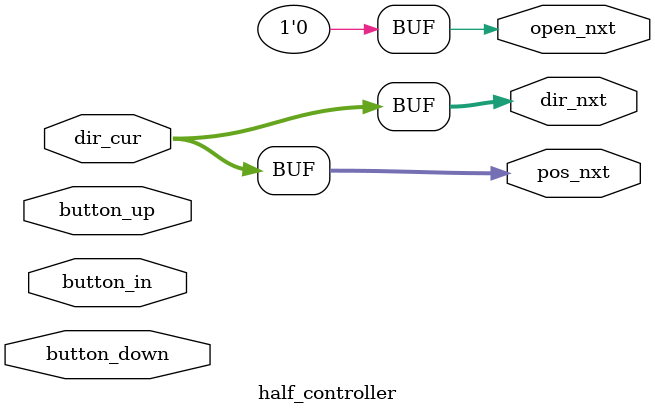
<source format=v>
module full_stop_close_controller(
	button_up, button_down, button_in, open_cur,
	pos_nxt, open_nxt, dir_nxt
);
	input [2:0] button_up;
	input [2:0] button_down;
	input [2:0] button_in;
	input open_cur;

	output [1:0] pos_nxt;
	output open_nxt;
	output [1:0] dir_nxt;

	wire stay, up, down;
	wire stay_n, up_n, down_n;

	// not values
	not(stay_n, stay);
	not(up_n, up);
	not(down_n, down);
	
	// check the branching conditions
	or(stay, button_up[0], button_down[0]);
	or(up, button_up[1], button_down[1]);
	or(down, button_up[2], button_down[2]);

	// compute next states
	assign open_nxt = stay;
	and(pos_nxt[1], down, stay_n, up_n);
	and(pos_nxt[0], up, stay_n);
	and(dir_nxt[1], down, stay_n, up_n);
	and(dir_nxt[0], up, stay_n);

endmodule

module full_stop_open_controller(
	button_up, button_down, button_in, open_cur,
	pos_nxt, open_nxt, dir_nxt
);
	input [2:0] button_up;
	input [2:0] button_down;
	input [2:0] button_in;
	input open_cur;

	output [1:0] pos_nxt;
	output open_nxt;
	output [1:0] dir_nxt;

	wire up, down;
	wire up_n, down_n;

	// not values
	not(up_n, up);
	not(down_n, down);
	
	// check the branching conditions
	or(up, button_in[1]);
	or(down, button_in[2]);

	// compute next states
	assign open_nxt = 1'b0;
	and(pos_nxt[1], down);
	and(pos_nxt[0], up);
	and(dir_nxt[1], down);
	and(dir_nxt[0], up);

endmodule

module full_up_close_controller(
	button_up, button_down, button_in, open_cur,
	pos_nxt, open_nxt, dir_nxt
);
	input [2:0] button_up;
	input [2:0] button_down;
	input [2:0] button_in;
	input open_cur;

	output [1:0] pos_nxt;
	output open_nxt;
	output [1:0] dir_nxt;

    wire open, open_down, up, up_or;

    wire [2:0] button_in_n, button_up_n;
    wire button_down_1_n;

	// not values
    not(button_in_n[0], button_in[0]);
    not(button_in_n[1], button_in[1]);
    not(button_in_n[2], button_in[2]);
    not(button_up_n[0], button_up[0]);
    not(button_up_n[1], button_up[1]);
    not(button_up_n[2], button_up[2]);
    not(button_down_1_n, button_down[1]);
	
	// check the branching conditions
    and(open_down, button_in_n[0], button_in_n[1], button_up_n[0], button_up_n[1], button_down_1_n, button_down[0]);
    or(open, button_in[0], button_up[0], open_down);

    or(up_or, button_in[1], button_up[1], button_down[1]);
    and(up, button_in_n[0], button_up_n[0]);

	// compute next states
	assign open_nxt = open;
    assign pos_nxt[1] = 1'b0;
	and(pos_nxt[0], up);
    assign dir_nxt = 2'b01;

endmodule


module full_up_open_controller(
	button_up, button_down, button_in, open_cur,
	pos_nxt, open_nxt, dir_nxt
);
	input [2:0] button_up;
	input [2:0] button_down;
	input [2:0] button_in;
	input open_cur;

	output [1:0] pos_nxt;
	output open_nxt;
	output [1:0] dir_nxt;

    wire up, down, down_or;
    wire up_n;

	// not values
	not(up_n, up);
	
	// check the branching conditions
    or(up, button_in[1], button_up[1], button_down[1]);
    or(down_or, button_in[2], button_up[2], button_down[2]);
    and(down, up_n, down_or);

	// compute next states
	assign open_nxt = 1'b0;
    assign pos_nxt = 2'b00;
	and(dir_nxt[1], down, up_n);
	and(dir_nxt[0], up);

endmodule


module full_down_close_controller(
	button_up, button_down, button_in, open_cur,
	pos_nxt, open_nxt, dir_nxt
);
	input [2:0] button_up;
	input [2:0] button_down;
	input [2:0] button_in;
	input open_cur;

	output [1:0] pos_nxt;
	output open_nxt;
	output [1:0] dir_nxt;

    wire open, open_up, up, up_or;

    wire [2:0] button_in_n, button_down_n;
    wire button_up_2_n;

	// not values
    not(button_in_n[0], button_in[0]);
    not(button_in_n[1], button_in[1]);
    not(button_in_n[2], button_in[2]);
    not(button_down_n[0], button_down[0]);
    not(button_down_n[1], button_down[1]);
    not(button_down_n[2], button_down[2]);
    not(button_up_2_n, button_up[2]);
	
	// check the branching conditions
    and(open_up, button_in_n[0], button_in_n[2], button_down_n[0], button_down_n[2], button_up_2_n, button_up[0]);
    or(open, button_in[0], button_down[0], open_up);

    or(down_or, button_in[2], button_up[2], button_down[2]);
    and(down, button_in_n[0], button_down_n[0]);

	// compute next states
	assign open_nxt = open;
    assign pos_nxt[0] = 1'b0;
	and(pos_nxt[1], down);
    assign dir_nxt = 2'b10;

endmodule


module full_down_open_controller(
	button_up, button_down, button_in, open_cur,
	pos_nxt, open_nxt, dir_nxt
);
	input [2:0] button_up;
	input [2:0] button_down;
	input [2:0] button_in;
	input open_cur;

	output [1:0] pos_nxt;
	output open_nxt;
	output [1:0] dir_nxt;

    wire down, up, up_or;
    wire down_n;

	// not values
	not(down_n, down);
	
	// check the branching conditions
    or(down, button_in[2], button_up[2], button_down[2]);
    or(up_or, button_in[1], button_up[1], button_down[1]);
    and(up, down_n, up_or);

	// compute next states
	assign open_nxt = 1'b0;
    assign pos_nxt = 2'b00;
	and(dir_nxt[0], up, down_n);
	and(dir_nxt[1], down);

endmodule


module half_controller(
	button_up, button_down, button_in, dir_cur,
	pos_nxt, open_nxt, dir_nxt
);
	input [2:0] button_up;
	input [2:0] button_down;
	input [2:0] button_in;
	input [1:0] dir_cur;

	output [1:0] pos_nxt;
	output open_nxt;
	output [1:0] dir_nxt;

	// compute next states
	assign open_nxt = 1'b0;

    assign pos_nxt = dir_cur;
    assign dir_nxt = dir_cur;

endmodule

</source>
